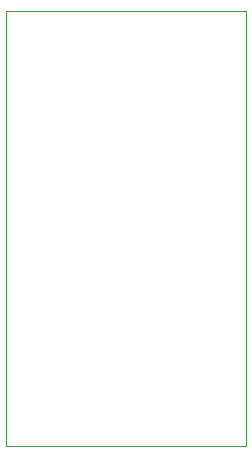
<source format=gbr>
G04 #@! TF.GenerationSoftware,KiCad,Pcbnew,(5.1.2)-1*
G04 #@! TF.CreationDate,2019-06-17T20:55:27+03:00*
G04 #@! TF.ProjectId,esp8266_minimal_hw,65737038-3236-4365-9f6d-696e696d616c,rev?*
G04 #@! TF.SameCoordinates,Original*
G04 #@! TF.FileFunction,Profile,NP*
%FSLAX46Y46*%
G04 Gerber Fmt 4.6, Leading zero omitted, Abs format (unit mm)*
G04 Created by KiCad (PCBNEW (5.1.2)-1) date 2019-06-17 20:55:27*
%MOMM*%
%LPD*%
G04 APERTURE LIST*
%ADD10C,0.050000*%
G04 APERTURE END LIST*
D10*
X74930000Y-73660000D02*
X74930000Y-74930000D01*
X74930000Y-38100000D02*
X74930000Y-73660000D01*
X95250000Y-38100000D02*
X74930000Y-38100000D01*
X95250000Y-74930000D02*
X95250000Y-38100000D01*
X74930000Y-74930000D02*
X95250000Y-74930000D01*
M02*

</source>
